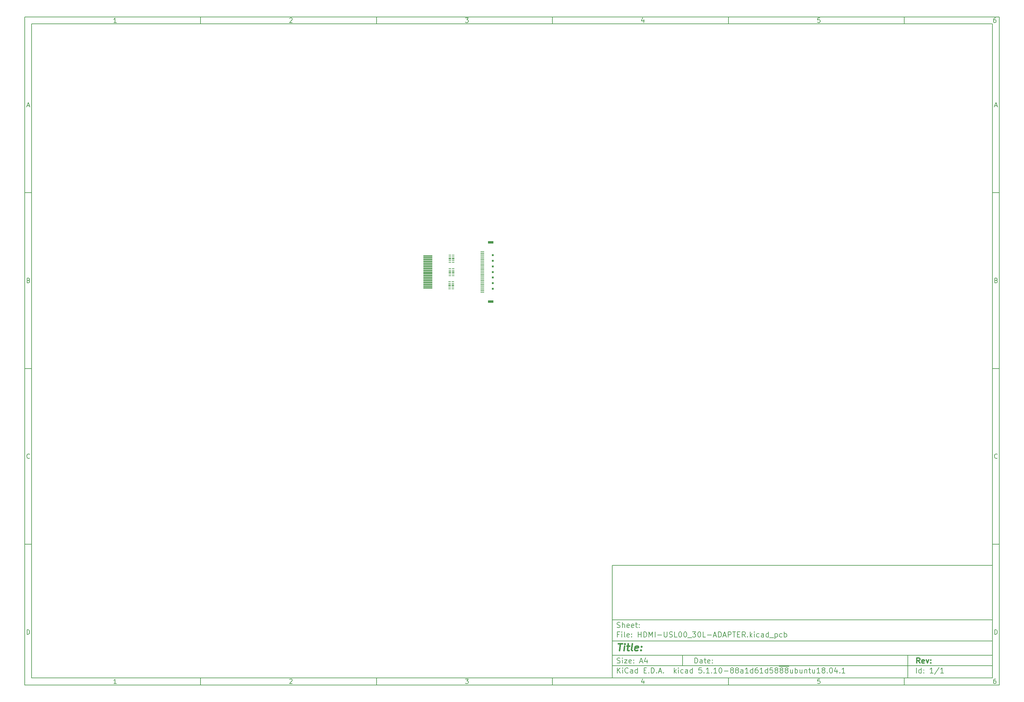
<source format=gbr>
%TF.GenerationSoftware,KiCad,Pcbnew,5.1.10-88a1d61d58~88~ubuntu18.04.1*%
%TF.CreationDate,2021-11-15T16:26:48+07:00*%
%TF.ProjectId,HDMI-USL00_30L-ADAPTER,48444d49-2d55-4534-9c30-305f33304c2d,rev?*%
%TF.SameCoordinates,Original*%
%TF.FileFunction,Paste,Top*%
%TF.FilePolarity,Positive*%
%FSLAX46Y46*%
G04 Gerber Fmt 4.6, Leading zero omitted, Abs format (unit mm)*
G04 Created by KiCad (PCBNEW 5.1.10-88a1d61d58~88~ubuntu18.04.1) date 2021-11-15 16:26:48*
%MOMM*%
%LPD*%
G01*
G04 APERTURE LIST*
%ADD10C,0.100000*%
%ADD11C,0.150000*%
%ADD12C,0.300000*%
%ADD13C,0.400000*%
%ADD14R,2.600000X0.300000*%
%ADD15R,0.736600X0.203200*%
%ADD16R,0.736600X0.406400*%
%ADD17R,1.550000X0.800000*%
%ADD18R,0.600000X0.500000*%
%ADD19R,1.100000X0.200000*%
G04 APERTURE END LIST*
D10*
D11*
X177002200Y-166007200D02*
X177002200Y-198007200D01*
X285002200Y-198007200D01*
X285002200Y-166007200D01*
X177002200Y-166007200D01*
D10*
D11*
X10000000Y-10000000D02*
X10000000Y-200007200D01*
X287002200Y-200007200D01*
X287002200Y-10000000D01*
X10000000Y-10000000D01*
D10*
D11*
X12000000Y-12000000D02*
X12000000Y-198007200D01*
X285002200Y-198007200D01*
X285002200Y-12000000D01*
X12000000Y-12000000D01*
D10*
D11*
X60000000Y-12000000D02*
X60000000Y-10000000D01*
D10*
D11*
X110000000Y-12000000D02*
X110000000Y-10000000D01*
D10*
D11*
X160000000Y-12000000D02*
X160000000Y-10000000D01*
D10*
D11*
X210000000Y-12000000D02*
X210000000Y-10000000D01*
D10*
D11*
X260000000Y-12000000D02*
X260000000Y-10000000D01*
D10*
D11*
X36065476Y-11588095D02*
X35322619Y-11588095D01*
X35694047Y-11588095D02*
X35694047Y-10288095D01*
X35570238Y-10473809D01*
X35446428Y-10597619D01*
X35322619Y-10659523D01*
D10*
D11*
X85322619Y-10411904D02*
X85384523Y-10350000D01*
X85508333Y-10288095D01*
X85817857Y-10288095D01*
X85941666Y-10350000D01*
X86003571Y-10411904D01*
X86065476Y-10535714D01*
X86065476Y-10659523D01*
X86003571Y-10845238D01*
X85260714Y-11588095D01*
X86065476Y-11588095D01*
D10*
D11*
X135260714Y-10288095D02*
X136065476Y-10288095D01*
X135632142Y-10783333D01*
X135817857Y-10783333D01*
X135941666Y-10845238D01*
X136003571Y-10907142D01*
X136065476Y-11030952D01*
X136065476Y-11340476D01*
X136003571Y-11464285D01*
X135941666Y-11526190D01*
X135817857Y-11588095D01*
X135446428Y-11588095D01*
X135322619Y-11526190D01*
X135260714Y-11464285D01*
D10*
D11*
X185941666Y-10721428D02*
X185941666Y-11588095D01*
X185632142Y-10226190D02*
X185322619Y-11154761D01*
X186127380Y-11154761D01*
D10*
D11*
X236003571Y-10288095D02*
X235384523Y-10288095D01*
X235322619Y-10907142D01*
X235384523Y-10845238D01*
X235508333Y-10783333D01*
X235817857Y-10783333D01*
X235941666Y-10845238D01*
X236003571Y-10907142D01*
X236065476Y-11030952D01*
X236065476Y-11340476D01*
X236003571Y-11464285D01*
X235941666Y-11526190D01*
X235817857Y-11588095D01*
X235508333Y-11588095D01*
X235384523Y-11526190D01*
X235322619Y-11464285D01*
D10*
D11*
X285941666Y-10288095D02*
X285694047Y-10288095D01*
X285570238Y-10350000D01*
X285508333Y-10411904D01*
X285384523Y-10597619D01*
X285322619Y-10845238D01*
X285322619Y-11340476D01*
X285384523Y-11464285D01*
X285446428Y-11526190D01*
X285570238Y-11588095D01*
X285817857Y-11588095D01*
X285941666Y-11526190D01*
X286003571Y-11464285D01*
X286065476Y-11340476D01*
X286065476Y-11030952D01*
X286003571Y-10907142D01*
X285941666Y-10845238D01*
X285817857Y-10783333D01*
X285570238Y-10783333D01*
X285446428Y-10845238D01*
X285384523Y-10907142D01*
X285322619Y-11030952D01*
D10*
D11*
X60000000Y-198007200D02*
X60000000Y-200007200D01*
D10*
D11*
X110000000Y-198007200D02*
X110000000Y-200007200D01*
D10*
D11*
X160000000Y-198007200D02*
X160000000Y-200007200D01*
D10*
D11*
X210000000Y-198007200D02*
X210000000Y-200007200D01*
D10*
D11*
X260000000Y-198007200D02*
X260000000Y-200007200D01*
D10*
D11*
X36065476Y-199595295D02*
X35322619Y-199595295D01*
X35694047Y-199595295D02*
X35694047Y-198295295D01*
X35570238Y-198481009D01*
X35446428Y-198604819D01*
X35322619Y-198666723D01*
D10*
D11*
X85322619Y-198419104D02*
X85384523Y-198357200D01*
X85508333Y-198295295D01*
X85817857Y-198295295D01*
X85941666Y-198357200D01*
X86003571Y-198419104D01*
X86065476Y-198542914D01*
X86065476Y-198666723D01*
X86003571Y-198852438D01*
X85260714Y-199595295D01*
X86065476Y-199595295D01*
D10*
D11*
X135260714Y-198295295D02*
X136065476Y-198295295D01*
X135632142Y-198790533D01*
X135817857Y-198790533D01*
X135941666Y-198852438D01*
X136003571Y-198914342D01*
X136065476Y-199038152D01*
X136065476Y-199347676D01*
X136003571Y-199471485D01*
X135941666Y-199533390D01*
X135817857Y-199595295D01*
X135446428Y-199595295D01*
X135322619Y-199533390D01*
X135260714Y-199471485D01*
D10*
D11*
X185941666Y-198728628D02*
X185941666Y-199595295D01*
X185632142Y-198233390D02*
X185322619Y-199161961D01*
X186127380Y-199161961D01*
D10*
D11*
X236003571Y-198295295D02*
X235384523Y-198295295D01*
X235322619Y-198914342D01*
X235384523Y-198852438D01*
X235508333Y-198790533D01*
X235817857Y-198790533D01*
X235941666Y-198852438D01*
X236003571Y-198914342D01*
X236065476Y-199038152D01*
X236065476Y-199347676D01*
X236003571Y-199471485D01*
X235941666Y-199533390D01*
X235817857Y-199595295D01*
X235508333Y-199595295D01*
X235384523Y-199533390D01*
X235322619Y-199471485D01*
D10*
D11*
X285941666Y-198295295D02*
X285694047Y-198295295D01*
X285570238Y-198357200D01*
X285508333Y-198419104D01*
X285384523Y-198604819D01*
X285322619Y-198852438D01*
X285322619Y-199347676D01*
X285384523Y-199471485D01*
X285446428Y-199533390D01*
X285570238Y-199595295D01*
X285817857Y-199595295D01*
X285941666Y-199533390D01*
X286003571Y-199471485D01*
X286065476Y-199347676D01*
X286065476Y-199038152D01*
X286003571Y-198914342D01*
X285941666Y-198852438D01*
X285817857Y-198790533D01*
X285570238Y-198790533D01*
X285446428Y-198852438D01*
X285384523Y-198914342D01*
X285322619Y-199038152D01*
D10*
D11*
X10000000Y-60000000D02*
X12000000Y-60000000D01*
D10*
D11*
X10000000Y-110000000D02*
X12000000Y-110000000D01*
D10*
D11*
X10000000Y-160000000D02*
X12000000Y-160000000D01*
D10*
D11*
X10690476Y-35216666D02*
X11309523Y-35216666D01*
X10566666Y-35588095D02*
X11000000Y-34288095D01*
X11433333Y-35588095D01*
D10*
D11*
X11092857Y-84907142D02*
X11278571Y-84969047D01*
X11340476Y-85030952D01*
X11402380Y-85154761D01*
X11402380Y-85340476D01*
X11340476Y-85464285D01*
X11278571Y-85526190D01*
X11154761Y-85588095D01*
X10659523Y-85588095D01*
X10659523Y-84288095D01*
X11092857Y-84288095D01*
X11216666Y-84350000D01*
X11278571Y-84411904D01*
X11340476Y-84535714D01*
X11340476Y-84659523D01*
X11278571Y-84783333D01*
X11216666Y-84845238D01*
X11092857Y-84907142D01*
X10659523Y-84907142D01*
D10*
D11*
X11402380Y-135464285D02*
X11340476Y-135526190D01*
X11154761Y-135588095D01*
X11030952Y-135588095D01*
X10845238Y-135526190D01*
X10721428Y-135402380D01*
X10659523Y-135278571D01*
X10597619Y-135030952D01*
X10597619Y-134845238D01*
X10659523Y-134597619D01*
X10721428Y-134473809D01*
X10845238Y-134350000D01*
X11030952Y-134288095D01*
X11154761Y-134288095D01*
X11340476Y-134350000D01*
X11402380Y-134411904D01*
D10*
D11*
X10659523Y-185588095D02*
X10659523Y-184288095D01*
X10969047Y-184288095D01*
X11154761Y-184350000D01*
X11278571Y-184473809D01*
X11340476Y-184597619D01*
X11402380Y-184845238D01*
X11402380Y-185030952D01*
X11340476Y-185278571D01*
X11278571Y-185402380D01*
X11154761Y-185526190D01*
X10969047Y-185588095D01*
X10659523Y-185588095D01*
D10*
D11*
X287002200Y-60000000D02*
X285002200Y-60000000D01*
D10*
D11*
X287002200Y-110000000D02*
X285002200Y-110000000D01*
D10*
D11*
X287002200Y-160000000D02*
X285002200Y-160000000D01*
D10*
D11*
X285692676Y-35216666D02*
X286311723Y-35216666D01*
X285568866Y-35588095D02*
X286002200Y-34288095D01*
X286435533Y-35588095D01*
D10*
D11*
X286095057Y-84907142D02*
X286280771Y-84969047D01*
X286342676Y-85030952D01*
X286404580Y-85154761D01*
X286404580Y-85340476D01*
X286342676Y-85464285D01*
X286280771Y-85526190D01*
X286156961Y-85588095D01*
X285661723Y-85588095D01*
X285661723Y-84288095D01*
X286095057Y-84288095D01*
X286218866Y-84350000D01*
X286280771Y-84411904D01*
X286342676Y-84535714D01*
X286342676Y-84659523D01*
X286280771Y-84783333D01*
X286218866Y-84845238D01*
X286095057Y-84907142D01*
X285661723Y-84907142D01*
D10*
D11*
X286404580Y-135464285D02*
X286342676Y-135526190D01*
X286156961Y-135588095D01*
X286033152Y-135588095D01*
X285847438Y-135526190D01*
X285723628Y-135402380D01*
X285661723Y-135278571D01*
X285599819Y-135030952D01*
X285599819Y-134845238D01*
X285661723Y-134597619D01*
X285723628Y-134473809D01*
X285847438Y-134350000D01*
X286033152Y-134288095D01*
X286156961Y-134288095D01*
X286342676Y-134350000D01*
X286404580Y-134411904D01*
D10*
D11*
X285661723Y-185588095D02*
X285661723Y-184288095D01*
X285971247Y-184288095D01*
X286156961Y-184350000D01*
X286280771Y-184473809D01*
X286342676Y-184597619D01*
X286404580Y-184845238D01*
X286404580Y-185030952D01*
X286342676Y-185278571D01*
X286280771Y-185402380D01*
X286156961Y-185526190D01*
X285971247Y-185588095D01*
X285661723Y-185588095D01*
D10*
D11*
X200434342Y-193785771D02*
X200434342Y-192285771D01*
X200791485Y-192285771D01*
X201005771Y-192357200D01*
X201148628Y-192500057D01*
X201220057Y-192642914D01*
X201291485Y-192928628D01*
X201291485Y-193142914D01*
X201220057Y-193428628D01*
X201148628Y-193571485D01*
X201005771Y-193714342D01*
X200791485Y-193785771D01*
X200434342Y-193785771D01*
X202577200Y-193785771D02*
X202577200Y-193000057D01*
X202505771Y-192857200D01*
X202362914Y-192785771D01*
X202077200Y-192785771D01*
X201934342Y-192857200D01*
X202577200Y-193714342D02*
X202434342Y-193785771D01*
X202077200Y-193785771D01*
X201934342Y-193714342D01*
X201862914Y-193571485D01*
X201862914Y-193428628D01*
X201934342Y-193285771D01*
X202077200Y-193214342D01*
X202434342Y-193214342D01*
X202577200Y-193142914D01*
X203077200Y-192785771D02*
X203648628Y-192785771D01*
X203291485Y-192285771D02*
X203291485Y-193571485D01*
X203362914Y-193714342D01*
X203505771Y-193785771D01*
X203648628Y-193785771D01*
X204720057Y-193714342D02*
X204577200Y-193785771D01*
X204291485Y-193785771D01*
X204148628Y-193714342D01*
X204077200Y-193571485D01*
X204077200Y-193000057D01*
X204148628Y-192857200D01*
X204291485Y-192785771D01*
X204577200Y-192785771D01*
X204720057Y-192857200D01*
X204791485Y-193000057D01*
X204791485Y-193142914D01*
X204077200Y-193285771D01*
X205434342Y-193642914D02*
X205505771Y-193714342D01*
X205434342Y-193785771D01*
X205362914Y-193714342D01*
X205434342Y-193642914D01*
X205434342Y-193785771D01*
X205434342Y-192857200D02*
X205505771Y-192928628D01*
X205434342Y-193000057D01*
X205362914Y-192928628D01*
X205434342Y-192857200D01*
X205434342Y-193000057D01*
D10*
D11*
X177002200Y-194507200D02*
X285002200Y-194507200D01*
D10*
D11*
X178434342Y-196585771D02*
X178434342Y-195085771D01*
X179291485Y-196585771D02*
X178648628Y-195728628D01*
X179291485Y-195085771D02*
X178434342Y-195942914D01*
X179934342Y-196585771D02*
X179934342Y-195585771D01*
X179934342Y-195085771D02*
X179862914Y-195157200D01*
X179934342Y-195228628D01*
X180005771Y-195157200D01*
X179934342Y-195085771D01*
X179934342Y-195228628D01*
X181505771Y-196442914D02*
X181434342Y-196514342D01*
X181220057Y-196585771D01*
X181077200Y-196585771D01*
X180862914Y-196514342D01*
X180720057Y-196371485D01*
X180648628Y-196228628D01*
X180577200Y-195942914D01*
X180577200Y-195728628D01*
X180648628Y-195442914D01*
X180720057Y-195300057D01*
X180862914Y-195157200D01*
X181077200Y-195085771D01*
X181220057Y-195085771D01*
X181434342Y-195157200D01*
X181505771Y-195228628D01*
X182791485Y-196585771D02*
X182791485Y-195800057D01*
X182720057Y-195657200D01*
X182577200Y-195585771D01*
X182291485Y-195585771D01*
X182148628Y-195657200D01*
X182791485Y-196514342D02*
X182648628Y-196585771D01*
X182291485Y-196585771D01*
X182148628Y-196514342D01*
X182077200Y-196371485D01*
X182077200Y-196228628D01*
X182148628Y-196085771D01*
X182291485Y-196014342D01*
X182648628Y-196014342D01*
X182791485Y-195942914D01*
X184148628Y-196585771D02*
X184148628Y-195085771D01*
X184148628Y-196514342D02*
X184005771Y-196585771D01*
X183720057Y-196585771D01*
X183577200Y-196514342D01*
X183505771Y-196442914D01*
X183434342Y-196300057D01*
X183434342Y-195871485D01*
X183505771Y-195728628D01*
X183577200Y-195657200D01*
X183720057Y-195585771D01*
X184005771Y-195585771D01*
X184148628Y-195657200D01*
X186005771Y-195800057D02*
X186505771Y-195800057D01*
X186720057Y-196585771D02*
X186005771Y-196585771D01*
X186005771Y-195085771D01*
X186720057Y-195085771D01*
X187362914Y-196442914D02*
X187434342Y-196514342D01*
X187362914Y-196585771D01*
X187291485Y-196514342D01*
X187362914Y-196442914D01*
X187362914Y-196585771D01*
X188077200Y-196585771D02*
X188077200Y-195085771D01*
X188434342Y-195085771D01*
X188648628Y-195157200D01*
X188791485Y-195300057D01*
X188862914Y-195442914D01*
X188934342Y-195728628D01*
X188934342Y-195942914D01*
X188862914Y-196228628D01*
X188791485Y-196371485D01*
X188648628Y-196514342D01*
X188434342Y-196585771D01*
X188077200Y-196585771D01*
X189577200Y-196442914D02*
X189648628Y-196514342D01*
X189577200Y-196585771D01*
X189505771Y-196514342D01*
X189577200Y-196442914D01*
X189577200Y-196585771D01*
X190220057Y-196157200D02*
X190934342Y-196157200D01*
X190077200Y-196585771D02*
X190577200Y-195085771D01*
X191077200Y-196585771D01*
X191577200Y-196442914D02*
X191648628Y-196514342D01*
X191577200Y-196585771D01*
X191505771Y-196514342D01*
X191577200Y-196442914D01*
X191577200Y-196585771D01*
X194577200Y-196585771D02*
X194577200Y-195085771D01*
X194720057Y-196014342D02*
X195148628Y-196585771D01*
X195148628Y-195585771D02*
X194577200Y-196157200D01*
X195791485Y-196585771D02*
X195791485Y-195585771D01*
X195791485Y-195085771D02*
X195720057Y-195157200D01*
X195791485Y-195228628D01*
X195862914Y-195157200D01*
X195791485Y-195085771D01*
X195791485Y-195228628D01*
X197148628Y-196514342D02*
X197005771Y-196585771D01*
X196720057Y-196585771D01*
X196577200Y-196514342D01*
X196505771Y-196442914D01*
X196434342Y-196300057D01*
X196434342Y-195871485D01*
X196505771Y-195728628D01*
X196577200Y-195657200D01*
X196720057Y-195585771D01*
X197005771Y-195585771D01*
X197148628Y-195657200D01*
X198434342Y-196585771D02*
X198434342Y-195800057D01*
X198362914Y-195657200D01*
X198220057Y-195585771D01*
X197934342Y-195585771D01*
X197791485Y-195657200D01*
X198434342Y-196514342D02*
X198291485Y-196585771D01*
X197934342Y-196585771D01*
X197791485Y-196514342D01*
X197720057Y-196371485D01*
X197720057Y-196228628D01*
X197791485Y-196085771D01*
X197934342Y-196014342D01*
X198291485Y-196014342D01*
X198434342Y-195942914D01*
X199791485Y-196585771D02*
X199791485Y-195085771D01*
X199791485Y-196514342D02*
X199648628Y-196585771D01*
X199362914Y-196585771D01*
X199220057Y-196514342D01*
X199148628Y-196442914D01*
X199077200Y-196300057D01*
X199077200Y-195871485D01*
X199148628Y-195728628D01*
X199220057Y-195657200D01*
X199362914Y-195585771D01*
X199648628Y-195585771D01*
X199791485Y-195657200D01*
X202362914Y-195085771D02*
X201648628Y-195085771D01*
X201577200Y-195800057D01*
X201648628Y-195728628D01*
X201791485Y-195657200D01*
X202148628Y-195657200D01*
X202291485Y-195728628D01*
X202362914Y-195800057D01*
X202434342Y-195942914D01*
X202434342Y-196300057D01*
X202362914Y-196442914D01*
X202291485Y-196514342D01*
X202148628Y-196585771D01*
X201791485Y-196585771D01*
X201648628Y-196514342D01*
X201577200Y-196442914D01*
X203077200Y-196442914D02*
X203148628Y-196514342D01*
X203077200Y-196585771D01*
X203005771Y-196514342D01*
X203077200Y-196442914D01*
X203077200Y-196585771D01*
X204577200Y-196585771D02*
X203720057Y-196585771D01*
X204148628Y-196585771D02*
X204148628Y-195085771D01*
X204005771Y-195300057D01*
X203862914Y-195442914D01*
X203720057Y-195514342D01*
X205220057Y-196442914D02*
X205291485Y-196514342D01*
X205220057Y-196585771D01*
X205148628Y-196514342D01*
X205220057Y-196442914D01*
X205220057Y-196585771D01*
X206720057Y-196585771D02*
X205862914Y-196585771D01*
X206291485Y-196585771D02*
X206291485Y-195085771D01*
X206148628Y-195300057D01*
X206005771Y-195442914D01*
X205862914Y-195514342D01*
X207648628Y-195085771D02*
X207791485Y-195085771D01*
X207934342Y-195157200D01*
X208005771Y-195228628D01*
X208077200Y-195371485D01*
X208148628Y-195657200D01*
X208148628Y-196014342D01*
X208077200Y-196300057D01*
X208005771Y-196442914D01*
X207934342Y-196514342D01*
X207791485Y-196585771D01*
X207648628Y-196585771D01*
X207505771Y-196514342D01*
X207434342Y-196442914D01*
X207362914Y-196300057D01*
X207291485Y-196014342D01*
X207291485Y-195657200D01*
X207362914Y-195371485D01*
X207434342Y-195228628D01*
X207505771Y-195157200D01*
X207648628Y-195085771D01*
X208791485Y-196014342D02*
X209934342Y-196014342D01*
X210862914Y-195728628D02*
X210720057Y-195657200D01*
X210648628Y-195585771D01*
X210577200Y-195442914D01*
X210577200Y-195371485D01*
X210648628Y-195228628D01*
X210720057Y-195157200D01*
X210862914Y-195085771D01*
X211148628Y-195085771D01*
X211291485Y-195157200D01*
X211362914Y-195228628D01*
X211434342Y-195371485D01*
X211434342Y-195442914D01*
X211362914Y-195585771D01*
X211291485Y-195657200D01*
X211148628Y-195728628D01*
X210862914Y-195728628D01*
X210720057Y-195800057D01*
X210648628Y-195871485D01*
X210577200Y-196014342D01*
X210577200Y-196300057D01*
X210648628Y-196442914D01*
X210720057Y-196514342D01*
X210862914Y-196585771D01*
X211148628Y-196585771D01*
X211291485Y-196514342D01*
X211362914Y-196442914D01*
X211434342Y-196300057D01*
X211434342Y-196014342D01*
X211362914Y-195871485D01*
X211291485Y-195800057D01*
X211148628Y-195728628D01*
X212291485Y-195728628D02*
X212148628Y-195657200D01*
X212077200Y-195585771D01*
X212005771Y-195442914D01*
X212005771Y-195371485D01*
X212077200Y-195228628D01*
X212148628Y-195157200D01*
X212291485Y-195085771D01*
X212577200Y-195085771D01*
X212720057Y-195157200D01*
X212791485Y-195228628D01*
X212862914Y-195371485D01*
X212862914Y-195442914D01*
X212791485Y-195585771D01*
X212720057Y-195657200D01*
X212577200Y-195728628D01*
X212291485Y-195728628D01*
X212148628Y-195800057D01*
X212077200Y-195871485D01*
X212005771Y-196014342D01*
X212005771Y-196300057D01*
X212077200Y-196442914D01*
X212148628Y-196514342D01*
X212291485Y-196585771D01*
X212577200Y-196585771D01*
X212720057Y-196514342D01*
X212791485Y-196442914D01*
X212862914Y-196300057D01*
X212862914Y-196014342D01*
X212791485Y-195871485D01*
X212720057Y-195800057D01*
X212577200Y-195728628D01*
X214148628Y-196585771D02*
X214148628Y-195800057D01*
X214077200Y-195657200D01*
X213934342Y-195585771D01*
X213648628Y-195585771D01*
X213505771Y-195657200D01*
X214148628Y-196514342D02*
X214005771Y-196585771D01*
X213648628Y-196585771D01*
X213505771Y-196514342D01*
X213434342Y-196371485D01*
X213434342Y-196228628D01*
X213505771Y-196085771D01*
X213648628Y-196014342D01*
X214005771Y-196014342D01*
X214148628Y-195942914D01*
X215648628Y-196585771D02*
X214791485Y-196585771D01*
X215220057Y-196585771D02*
X215220057Y-195085771D01*
X215077200Y-195300057D01*
X214934342Y-195442914D01*
X214791485Y-195514342D01*
X216934342Y-196585771D02*
X216934342Y-195085771D01*
X216934342Y-196514342D02*
X216791485Y-196585771D01*
X216505771Y-196585771D01*
X216362914Y-196514342D01*
X216291485Y-196442914D01*
X216220057Y-196300057D01*
X216220057Y-195871485D01*
X216291485Y-195728628D01*
X216362914Y-195657200D01*
X216505771Y-195585771D01*
X216791485Y-195585771D01*
X216934342Y-195657200D01*
X218291485Y-195085771D02*
X218005771Y-195085771D01*
X217862914Y-195157200D01*
X217791485Y-195228628D01*
X217648628Y-195442914D01*
X217577200Y-195728628D01*
X217577200Y-196300057D01*
X217648628Y-196442914D01*
X217720057Y-196514342D01*
X217862914Y-196585771D01*
X218148628Y-196585771D01*
X218291485Y-196514342D01*
X218362914Y-196442914D01*
X218434342Y-196300057D01*
X218434342Y-195942914D01*
X218362914Y-195800057D01*
X218291485Y-195728628D01*
X218148628Y-195657200D01*
X217862914Y-195657200D01*
X217720057Y-195728628D01*
X217648628Y-195800057D01*
X217577200Y-195942914D01*
X219862914Y-196585771D02*
X219005771Y-196585771D01*
X219434342Y-196585771D02*
X219434342Y-195085771D01*
X219291485Y-195300057D01*
X219148628Y-195442914D01*
X219005771Y-195514342D01*
X221148628Y-196585771D02*
X221148628Y-195085771D01*
X221148628Y-196514342D02*
X221005771Y-196585771D01*
X220720057Y-196585771D01*
X220577200Y-196514342D01*
X220505771Y-196442914D01*
X220434342Y-196300057D01*
X220434342Y-195871485D01*
X220505771Y-195728628D01*
X220577200Y-195657200D01*
X220720057Y-195585771D01*
X221005771Y-195585771D01*
X221148628Y-195657200D01*
X222577200Y-195085771D02*
X221862914Y-195085771D01*
X221791485Y-195800057D01*
X221862914Y-195728628D01*
X222005771Y-195657200D01*
X222362914Y-195657200D01*
X222505771Y-195728628D01*
X222577200Y-195800057D01*
X222648628Y-195942914D01*
X222648628Y-196300057D01*
X222577200Y-196442914D01*
X222505771Y-196514342D01*
X222362914Y-196585771D01*
X222005771Y-196585771D01*
X221862914Y-196514342D01*
X221791485Y-196442914D01*
X223505771Y-195728628D02*
X223362914Y-195657200D01*
X223291485Y-195585771D01*
X223220057Y-195442914D01*
X223220057Y-195371485D01*
X223291485Y-195228628D01*
X223362914Y-195157200D01*
X223505771Y-195085771D01*
X223791485Y-195085771D01*
X223934342Y-195157200D01*
X224005771Y-195228628D01*
X224077200Y-195371485D01*
X224077200Y-195442914D01*
X224005771Y-195585771D01*
X223934342Y-195657200D01*
X223791485Y-195728628D01*
X223505771Y-195728628D01*
X223362914Y-195800057D01*
X223291485Y-195871485D01*
X223220057Y-196014342D01*
X223220057Y-196300057D01*
X223291485Y-196442914D01*
X223362914Y-196514342D01*
X223505771Y-196585771D01*
X223791485Y-196585771D01*
X223934342Y-196514342D01*
X224005771Y-196442914D01*
X224077200Y-196300057D01*
X224077200Y-196014342D01*
X224005771Y-195871485D01*
X223934342Y-195800057D01*
X223791485Y-195728628D01*
X224362914Y-194677200D02*
X225791485Y-194677200D01*
X224934342Y-195728628D02*
X224791485Y-195657200D01*
X224720057Y-195585771D01*
X224648628Y-195442914D01*
X224648628Y-195371485D01*
X224720057Y-195228628D01*
X224791485Y-195157200D01*
X224934342Y-195085771D01*
X225220057Y-195085771D01*
X225362914Y-195157200D01*
X225434342Y-195228628D01*
X225505771Y-195371485D01*
X225505771Y-195442914D01*
X225434342Y-195585771D01*
X225362914Y-195657200D01*
X225220057Y-195728628D01*
X224934342Y-195728628D01*
X224791485Y-195800057D01*
X224720057Y-195871485D01*
X224648628Y-196014342D01*
X224648628Y-196300057D01*
X224720057Y-196442914D01*
X224791485Y-196514342D01*
X224934342Y-196585771D01*
X225220057Y-196585771D01*
X225362914Y-196514342D01*
X225434342Y-196442914D01*
X225505771Y-196300057D01*
X225505771Y-196014342D01*
X225434342Y-195871485D01*
X225362914Y-195800057D01*
X225220057Y-195728628D01*
X225791485Y-194677200D02*
X227220057Y-194677200D01*
X226362914Y-195728628D02*
X226220057Y-195657200D01*
X226148628Y-195585771D01*
X226077199Y-195442914D01*
X226077199Y-195371485D01*
X226148628Y-195228628D01*
X226220057Y-195157200D01*
X226362914Y-195085771D01*
X226648628Y-195085771D01*
X226791485Y-195157200D01*
X226862914Y-195228628D01*
X226934342Y-195371485D01*
X226934342Y-195442914D01*
X226862914Y-195585771D01*
X226791485Y-195657200D01*
X226648628Y-195728628D01*
X226362914Y-195728628D01*
X226220057Y-195800057D01*
X226148628Y-195871485D01*
X226077199Y-196014342D01*
X226077199Y-196300057D01*
X226148628Y-196442914D01*
X226220057Y-196514342D01*
X226362914Y-196585771D01*
X226648628Y-196585771D01*
X226791485Y-196514342D01*
X226862914Y-196442914D01*
X226934342Y-196300057D01*
X226934342Y-196014342D01*
X226862914Y-195871485D01*
X226791485Y-195800057D01*
X226648628Y-195728628D01*
X228220057Y-195585771D02*
X228220057Y-196585771D01*
X227577199Y-195585771D02*
X227577199Y-196371485D01*
X227648628Y-196514342D01*
X227791485Y-196585771D01*
X228005771Y-196585771D01*
X228148628Y-196514342D01*
X228220057Y-196442914D01*
X228934342Y-196585771D02*
X228934342Y-195085771D01*
X228934342Y-195657200D02*
X229077199Y-195585771D01*
X229362914Y-195585771D01*
X229505771Y-195657200D01*
X229577199Y-195728628D01*
X229648628Y-195871485D01*
X229648628Y-196300057D01*
X229577199Y-196442914D01*
X229505771Y-196514342D01*
X229362914Y-196585771D01*
X229077199Y-196585771D01*
X228934342Y-196514342D01*
X230934342Y-195585771D02*
X230934342Y-196585771D01*
X230291485Y-195585771D02*
X230291485Y-196371485D01*
X230362914Y-196514342D01*
X230505771Y-196585771D01*
X230720057Y-196585771D01*
X230862914Y-196514342D01*
X230934342Y-196442914D01*
X231648628Y-195585771D02*
X231648628Y-196585771D01*
X231648628Y-195728628D02*
X231720057Y-195657200D01*
X231862914Y-195585771D01*
X232077199Y-195585771D01*
X232220057Y-195657200D01*
X232291485Y-195800057D01*
X232291485Y-196585771D01*
X232791485Y-195585771D02*
X233362914Y-195585771D01*
X233005771Y-195085771D02*
X233005771Y-196371485D01*
X233077199Y-196514342D01*
X233220057Y-196585771D01*
X233362914Y-196585771D01*
X234505771Y-195585771D02*
X234505771Y-196585771D01*
X233862914Y-195585771D02*
X233862914Y-196371485D01*
X233934342Y-196514342D01*
X234077200Y-196585771D01*
X234291485Y-196585771D01*
X234434342Y-196514342D01*
X234505771Y-196442914D01*
X236005771Y-196585771D02*
X235148628Y-196585771D01*
X235577200Y-196585771D02*
X235577200Y-195085771D01*
X235434342Y-195300057D01*
X235291485Y-195442914D01*
X235148628Y-195514342D01*
X236862914Y-195728628D02*
X236720057Y-195657200D01*
X236648628Y-195585771D01*
X236577199Y-195442914D01*
X236577199Y-195371485D01*
X236648628Y-195228628D01*
X236720057Y-195157200D01*
X236862914Y-195085771D01*
X237148628Y-195085771D01*
X237291485Y-195157200D01*
X237362914Y-195228628D01*
X237434342Y-195371485D01*
X237434342Y-195442914D01*
X237362914Y-195585771D01*
X237291485Y-195657200D01*
X237148628Y-195728628D01*
X236862914Y-195728628D01*
X236720057Y-195800057D01*
X236648628Y-195871485D01*
X236577199Y-196014342D01*
X236577199Y-196300057D01*
X236648628Y-196442914D01*
X236720057Y-196514342D01*
X236862914Y-196585771D01*
X237148628Y-196585771D01*
X237291485Y-196514342D01*
X237362914Y-196442914D01*
X237434342Y-196300057D01*
X237434342Y-196014342D01*
X237362914Y-195871485D01*
X237291485Y-195800057D01*
X237148628Y-195728628D01*
X238077199Y-196442914D02*
X238148628Y-196514342D01*
X238077199Y-196585771D01*
X238005771Y-196514342D01*
X238077199Y-196442914D01*
X238077199Y-196585771D01*
X239077199Y-195085771D02*
X239220057Y-195085771D01*
X239362914Y-195157200D01*
X239434342Y-195228628D01*
X239505771Y-195371485D01*
X239577199Y-195657200D01*
X239577199Y-196014342D01*
X239505771Y-196300057D01*
X239434342Y-196442914D01*
X239362914Y-196514342D01*
X239220057Y-196585771D01*
X239077199Y-196585771D01*
X238934342Y-196514342D01*
X238862914Y-196442914D01*
X238791485Y-196300057D01*
X238720057Y-196014342D01*
X238720057Y-195657200D01*
X238791485Y-195371485D01*
X238862914Y-195228628D01*
X238934342Y-195157200D01*
X239077199Y-195085771D01*
X240862914Y-195585771D02*
X240862914Y-196585771D01*
X240505771Y-195014342D02*
X240148628Y-196085771D01*
X241077199Y-196085771D01*
X241648628Y-196442914D02*
X241720057Y-196514342D01*
X241648628Y-196585771D01*
X241577199Y-196514342D01*
X241648628Y-196442914D01*
X241648628Y-196585771D01*
X243148628Y-196585771D02*
X242291485Y-196585771D01*
X242720057Y-196585771D02*
X242720057Y-195085771D01*
X242577199Y-195300057D01*
X242434342Y-195442914D01*
X242291485Y-195514342D01*
D10*
D11*
X177002200Y-191507200D02*
X285002200Y-191507200D01*
D10*
D12*
X264411485Y-193785771D02*
X263911485Y-193071485D01*
X263554342Y-193785771D02*
X263554342Y-192285771D01*
X264125771Y-192285771D01*
X264268628Y-192357200D01*
X264340057Y-192428628D01*
X264411485Y-192571485D01*
X264411485Y-192785771D01*
X264340057Y-192928628D01*
X264268628Y-193000057D01*
X264125771Y-193071485D01*
X263554342Y-193071485D01*
X265625771Y-193714342D02*
X265482914Y-193785771D01*
X265197200Y-193785771D01*
X265054342Y-193714342D01*
X264982914Y-193571485D01*
X264982914Y-193000057D01*
X265054342Y-192857200D01*
X265197200Y-192785771D01*
X265482914Y-192785771D01*
X265625771Y-192857200D01*
X265697200Y-193000057D01*
X265697200Y-193142914D01*
X264982914Y-193285771D01*
X266197200Y-192785771D02*
X266554342Y-193785771D01*
X266911485Y-192785771D01*
X267482914Y-193642914D02*
X267554342Y-193714342D01*
X267482914Y-193785771D01*
X267411485Y-193714342D01*
X267482914Y-193642914D01*
X267482914Y-193785771D01*
X267482914Y-192857200D02*
X267554342Y-192928628D01*
X267482914Y-193000057D01*
X267411485Y-192928628D01*
X267482914Y-192857200D01*
X267482914Y-193000057D01*
D10*
D11*
X178362914Y-193714342D02*
X178577200Y-193785771D01*
X178934342Y-193785771D01*
X179077200Y-193714342D01*
X179148628Y-193642914D01*
X179220057Y-193500057D01*
X179220057Y-193357200D01*
X179148628Y-193214342D01*
X179077200Y-193142914D01*
X178934342Y-193071485D01*
X178648628Y-193000057D01*
X178505771Y-192928628D01*
X178434342Y-192857200D01*
X178362914Y-192714342D01*
X178362914Y-192571485D01*
X178434342Y-192428628D01*
X178505771Y-192357200D01*
X178648628Y-192285771D01*
X179005771Y-192285771D01*
X179220057Y-192357200D01*
X179862914Y-193785771D02*
X179862914Y-192785771D01*
X179862914Y-192285771D02*
X179791485Y-192357200D01*
X179862914Y-192428628D01*
X179934342Y-192357200D01*
X179862914Y-192285771D01*
X179862914Y-192428628D01*
X180434342Y-192785771D02*
X181220057Y-192785771D01*
X180434342Y-193785771D01*
X181220057Y-193785771D01*
X182362914Y-193714342D02*
X182220057Y-193785771D01*
X181934342Y-193785771D01*
X181791485Y-193714342D01*
X181720057Y-193571485D01*
X181720057Y-193000057D01*
X181791485Y-192857200D01*
X181934342Y-192785771D01*
X182220057Y-192785771D01*
X182362914Y-192857200D01*
X182434342Y-193000057D01*
X182434342Y-193142914D01*
X181720057Y-193285771D01*
X183077200Y-193642914D02*
X183148628Y-193714342D01*
X183077200Y-193785771D01*
X183005771Y-193714342D01*
X183077200Y-193642914D01*
X183077200Y-193785771D01*
X183077200Y-192857200D02*
X183148628Y-192928628D01*
X183077200Y-193000057D01*
X183005771Y-192928628D01*
X183077200Y-192857200D01*
X183077200Y-193000057D01*
X184862914Y-193357200D02*
X185577200Y-193357200D01*
X184720057Y-193785771D02*
X185220057Y-192285771D01*
X185720057Y-193785771D01*
X186862914Y-192785771D02*
X186862914Y-193785771D01*
X186505771Y-192214342D02*
X186148628Y-193285771D01*
X187077200Y-193285771D01*
D10*
D11*
X263434342Y-196585771D02*
X263434342Y-195085771D01*
X264791485Y-196585771D02*
X264791485Y-195085771D01*
X264791485Y-196514342D02*
X264648628Y-196585771D01*
X264362914Y-196585771D01*
X264220057Y-196514342D01*
X264148628Y-196442914D01*
X264077200Y-196300057D01*
X264077200Y-195871485D01*
X264148628Y-195728628D01*
X264220057Y-195657200D01*
X264362914Y-195585771D01*
X264648628Y-195585771D01*
X264791485Y-195657200D01*
X265505771Y-196442914D02*
X265577200Y-196514342D01*
X265505771Y-196585771D01*
X265434342Y-196514342D01*
X265505771Y-196442914D01*
X265505771Y-196585771D01*
X265505771Y-195657200D02*
X265577200Y-195728628D01*
X265505771Y-195800057D01*
X265434342Y-195728628D01*
X265505771Y-195657200D01*
X265505771Y-195800057D01*
X268148628Y-196585771D02*
X267291485Y-196585771D01*
X267720057Y-196585771D02*
X267720057Y-195085771D01*
X267577200Y-195300057D01*
X267434342Y-195442914D01*
X267291485Y-195514342D01*
X269862914Y-195014342D02*
X268577200Y-196942914D01*
X271148628Y-196585771D02*
X270291485Y-196585771D01*
X270720057Y-196585771D02*
X270720057Y-195085771D01*
X270577200Y-195300057D01*
X270434342Y-195442914D01*
X270291485Y-195514342D01*
D10*
D11*
X177002200Y-187507200D02*
X285002200Y-187507200D01*
D10*
D13*
X178714580Y-188211961D02*
X179857438Y-188211961D01*
X179036009Y-190211961D02*
X179286009Y-188211961D01*
X180274104Y-190211961D02*
X180440771Y-188878628D01*
X180524104Y-188211961D02*
X180416961Y-188307200D01*
X180500295Y-188402438D01*
X180607438Y-188307200D01*
X180524104Y-188211961D01*
X180500295Y-188402438D01*
X181107438Y-188878628D02*
X181869342Y-188878628D01*
X181476485Y-188211961D02*
X181262200Y-189926247D01*
X181333628Y-190116723D01*
X181512200Y-190211961D01*
X181702676Y-190211961D01*
X182655057Y-190211961D02*
X182476485Y-190116723D01*
X182405057Y-189926247D01*
X182619342Y-188211961D01*
X184190771Y-190116723D02*
X183988390Y-190211961D01*
X183607438Y-190211961D01*
X183428866Y-190116723D01*
X183357438Y-189926247D01*
X183452676Y-189164342D01*
X183571723Y-188973866D01*
X183774104Y-188878628D01*
X184155057Y-188878628D01*
X184333628Y-188973866D01*
X184405057Y-189164342D01*
X184381247Y-189354819D01*
X183405057Y-189545295D01*
X185155057Y-190021485D02*
X185238390Y-190116723D01*
X185131247Y-190211961D01*
X185047914Y-190116723D01*
X185155057Y-190021485D01*
X185131247Y-190211961D01*
X185286009Y-188973866D02*
X185369342Y-189069104D01*
X185262200Y-189164342D01*
X185178866Y-189069104D01*
X185286009Y-188973866D01*
X185262200Y-189164342D01*
D10*
D11*
X178934342Y-185600057D02*
X178434342Y-185600057D01*
X178434342Y-186385771D02*
X178434342Y-184885771D01*
X179148628Y-184885771D01*
X179720057Y-186385771D02*
X179720057Y-185385771D01*
X179720057Y-184885771D02*
X179648628Y-184957200D01*
X179720057Y-185028628D01*
X179791485Y-184957200D01*
X179720057Y-184885771D01*
X179720057Y-185028628D01*
X180648628Y-186385771D02*
X180505771Y-186314342D01*
X180434342Y-186171485D01*
X180434342Y-184885771D01*
X181791485Y-186314342D02*
X181648628Y-186385771D01*
X181362914Y-186385771D01*
X181220057Y-186314342D01*
X181148628Y-186171485D01*
X181148628Y-185600057D01*
X181220057Y-185457200D01*
X181362914Y-185385771D01*
X181648628Y-185385771D01*
X181791485Y-185457200D01*
X181862914Y-185600057D01*
X181862914Y-185742914D01*
X181148628Y-185885771D01*
X182505771Y-186242914D02*
X182577200Y-186314342D01*
X182505771Y-186385771D01*
X182434342Y-186314342D01*
X182505771Y-186242914D01*
X182505771Y-186385771D01*
X182505771Y-185457200D02*
X182577200Y-185528628D01*
X182505771Y-185600057D01*
X182434342Y-185528628D01*
X182505771Y-185457200D01*
X182505771Y-185600057D01*
X184362914Y-186385771D02*
X184362914Y-184885771D01*
X184362914Y-185600057D02*
X185220057Y-185600057D01*
X185220057Y-186385771D02*
X185220057Y-184885771D01*
X185934342Y-186385771D02*
X185934342Y-184885771D01*
X186291485Y-184885771D01*
X186505771Y-184957200D01*
X186648628Y-185100057D01*
X186720057Y-185242914D01*
X186791485Y-185528628D01*
X186791485Y-185742914D01*
X186720057Y-186028628D01*
X186648628Y-186171485D01*
X186505771Y-186314342D01*
X186291485Y-186385771D01*
X185934342Y-186385771D01*
X187434342Y-186385771D02*
X187434342Y-184885771D01*
X187934342Y-185957200D01*
X188434342Y-184885771D01*
X188434342Y-186385771D01*
X189148628Y-186385771D02*
X189148628Y-184885771D01*
X189862914Y-185814342D02*
X191005771Y-185814342D01*
X191720057Y-184885771D02*
X191720057Y-186100057D01*
X191791485Y-186242914D01*
X191862914Y-186314342D01*
X192005771Y-186385771D01*
X192291485Y-186385771D01*
X192434342Y-186314342D01*
X192505771Y-186242914D01*
X192577200Y-186100057D01*
X192577200Y-184885771D01*
X193220057Y-186314342D02*
X193434342Y-186385771D01*
X193791485Y-186385771D01*
X193934342Y-186314342D01*
X194005771Y-186242914D01*
X194077200Y-186100057D01*
X194077200Y-185957200D01*
X194005771Y-185814342D01*
X193934342Y-185742914D01*
X193791485Y-185671485D01*
X193505771Y-185600057D01*
X193362914Y-185528628D01*
X193291485Y-185457200D01*
X193220057Y-185314342D01*
X193220057Y-185171485D01*
X193291485Y-185028628D01*
X193362914Y-184957200D01*
X193505771Y-184885771D01*
X193862914Y-184885771D01*
X194077200Y-184957200D01*
X195434342Y-186385771D02*
X194720057Y-186385771D01*
X194720057Y-184885771D01*
X196220057Y-184885771D02*
X196362914Y-184885771D01*
X196505771Y-184957200D01*
X196577200Y-185028628D01*
X196648628Y-185171485D01*
X196720057Y-185457200D01*
X196720057Y-185814342D01*
X196648628Y-186100057D01*
X196577200Y-186242914D01*
X196505771Y-186314342D01*
X196362914Y-186385771D01*
X196220057Y-186385771D01*
X196077200Y-186314342D01*
X196005771Y-186242914D01*
X195934342Y-186100057D01*
X195862914Y-185814342D01*
X195862914Y-185457200D01*
X195934342Y-185171485D01*
X196005771Y-185028628D01*
X196077200Y-184957200D01*
X196220057Y-184885771D01*
X197648628Y-184885771D02*
X197791485Y-184885771D01*
X197934342Y-184957200D01*
X198005771Y-185028628D01*
X198077200Y-185171485D01*
X198148628Y-185457200D01*
X198148628Y-185814342D01*
X198077200Y-186100057D01*
X198005771Y-186242914D01*
X197934342Y-186314342D01*
X197791485Y-186385771D01*
X197648628Y-186385771D01*
X197505771Y-186314342D01*
X197434342Y-186242914D01*
X197362914Y-186100057D01*
X197291485Y-185814342D01*
X197291485Y-185457200D01*
X197362914Y-185171485D01*
X197434342Y-185028628D01*
X197505771Y-184957200D01*
X197648628Y-184885771D01*
X198434342Y-186528628D02*
X199577200Y-186528628D01*
X199791485Y-184885771D02*
X200720057Y-184885771D01*
X200220057Y-185457200D01*
X200434342Y-185457200D01*
X200577200Y-185528628D01*
X200648628Y-185600057D01*
X200720057Y-185742914D01*
X200720057Y-186100057D01*
X200648628Y-186242914D01*
X200577200Y-186314342D01*
X200434342Y-186385771D01*
X200005771Y-186385771D01*
X199862914Y-186314342D01*
X199791485Y-186242914D01*
X201648628Y-184885771D02*
X201791485Y-184885771D01*
X201934342Y-184957200D01*
X202005771Y-185028628D01*
X202077200Y-185171485D01*
X202148628Y-185457200D01*
X202148628Y-185814342D01*
X202077200Y-186100057D01*
X202005771Y-186242914D01*
X201934342Y-186314342D01*
X201791485Y-186385771D01*
X201648628Y-186385771D01*
X201505771Y-186314342D01*
X201434342Y-186242914D01*
X201362914Y-186100057D01*
X201291485Y-185814342D01*
X201291485Y-185457200D01*
X201362914Y-185171485D01*
X201434342Y-185028628D01*
X201505771Y-184957200D01*
X201648628Y-184885771D01*
X203505771Y-186385771D02*
X202791485Y-186385771D01*
X202791485Y-184885771D01*
X204005771Y-185814342D02*
X205148628Y-185814342D01*
X205791485Y-185957200D02*
X206505771Y-185957200D01*
X205648628Y-186385771D02*
X206148628Y-184885771D01*
X206648628Y-186385771D01*
X207148628Y-186385771D02*
X207148628Y-184885771D01*
X207505771Y-184885771D01*
X207720057Y-184957200D01*
X207862914Y-185100057D01*
X207934342Y-185242914D01*
X208005771Y-185528628D01*
X208005771Y-185742914D01*
X207934342Y-186028628D01*
X207862914Y-186171485D01*
X207720057Y-186314342D01*
X207505771Y-186385771D01*
X207148628Y-186385771D01*
X208577200Y-185957200D02*
X209291485Y-185957200D01*
X208434342Y-186385771D02*
X208934342Y-184885771D01*
X209434342Y-186385771D01*
X209934342Y-186385771D02*
X209934342Y-184885771D01*
X210505771Y-184885771D01*
X210648628Y-184957200D01*
X210720057Y-185028628D01*
X210791485Y-185171485D01*
X210791485Y-185385771D01*
X210720057Y-185528628D01*
X210648628Y-185600057D01*
X210505771Y-185671485D01*
X209934342Y-185671485D01*
X211220057Y-184885771D02*
X212077200Y-184885771D01*
X211648628Y-186385771D02*
X211648628Y-184885771D01*
X212577200Y-185600057D02*
X213077200Y-185600057D01*
X213291485Y-186385771D02*
X212577200Y-186385771D01*
X212577200Y-184885771D01*
X213291485Y-184885771D01*
X214791485Y-186385771D02*
X214291485Y-185671485D01*
X213934342Y-186385771D02*
X213934342Y-184885771D01*
X214505771Y-184885771D01*
X214648628Y-184957200D01*
X214720057Y-185028628D01*
X214791485Y-185171485D01*
X214791485Y-185385771D01*
X214720057Y-185528628D01*
X214648628Y-185600057D01*
X214505771Y-185671485D01*
X213934342Y-185671485D01*
X215434342Y-186242914D02*
X215505771Y-186314342D01*
X215434342Y-186385771D01*
X215362914Y-186314342D01*
X215434342Y-186242914D01*
X215434342Y-186385771D01*
X216148628Y-186385771D02*
X216148628Y-184885771D01*
X216291485Y-185814342D02*
X216720057Y-186385771D01*
X216720057Y-185385771D02*
X216148628Y-185957200D01*
X217362914Y-186385771D02*
X217362914Y-185385771D01*
X217362914Y-184885771D02*
X217291485Y-184957200D01*
X217362914Y-185028628D01*
X217434342Y-184957200D01*
X217362914Y-184885771D01*
X217362914Y-185028628D01*
X218720057Y-186314342D02*
X218577200Y-186385771D01*
X218291485Y-186385771D01*
X218148628Y-186314342D01*
X218077200Y-186242914D01*
X218005771Y-186100057D01*
X218005771Y-185671485D01*
X218077200Y-185528628D01*
X218148628Y-185457200D01*
X218291485Y-185385771D01*
X218577200Y-185385771D01*
X218720057Y-185457200D01*
X220005771Y-186385771D02*
X220005771Y-185600057D01*
X219934342Y-185457200D01*
X219791485Y-185385771D01*
X219505771Y-185385771D01*
X219362914Y-185457200D01*
X220005771Y-186314342D02*
X219862914Y-186385771D01*
X219505771Y-186385771D01*
X219362914Y-186314342D01*
X219291485Y-186171485D01*
X219291485Y-186028628D01*
X219362914Y-185885771D01*
X219505771Y-185814342D01*
X219862914Y-185814342D01*
X220005771Y-185742914D01*
X221362914Y-186385771D02*
X221362914Y-184885771D01*
X221362914Y-186314342D02*
X221220057Y-186385771D01*
X220934342Y-186385771D01*
X220791485Y-186314342D01*
X220720057Y-186242914D01*
X220648628Y-186100057D01*
X220648628Y-185671485D01*
X220720057Y-185528628D01*
X220791485Y-185457200D01*
X220934342Y-185385771D01*
X221220057Y-185385771D01*
X221362914Y-185457200D01*
X221720057Y-186528628D02*
X222862914Y-186528628D01*
X223220057Y-185385771D02*
X223220057Y-186885771D01*
X223220057Y-185457200D02*
X223362914Y-185385771D01*
X223648628Y-185385771D01*
X223791485Y-185457200D01*
X223862914Y-185528628D01*
X223934342Y-185671485D01*
X223934342Y-186100057D01*
X223862914Y-186242914D01*
X223791485Y-186314342D01*
X223648628Y-186385771D01*
X223362914Y-186385771D01*
X223220057Y-186314342D01*
X225220057Y-186314342D02*
X225077200Y-186385771D01*
X224791485Y-186385771D01*
X224648628Y-186314342D01*
X224577200Y-186242914D01*
X224505771Y-186100057D01*
X224505771Y-185671485D01*
X224577200Y-185528628D01*
X224648628Y-185457200D01*
X224791485Y-185385771D01*
X225077200Y-185385771D01*
X225220057Y-185457200D01*
X225862914Y-186385771D02*
X225862914Y-184885771D01*
X225862914Y-185457200D02*
X226005771Y-185385771D01*
X226291485Y-185385771D01*
X226434342Y-185457200D01*
X226505771Y-185528628D01*
X226577200Y-185671485D01*
X226577200Y-186100057D01*
X226505771Y-186242914D01*
X226434342Y-186314342D01*
X226291485Y-186385771D01*
X226005771Y-186385771D01*
X225862914Y-186314342D01*
D10*
D11*
X177002200Y-181507200D02*
X285002200Y-181507200D01*
D10*
D11*
X178362914Y-183614342D02*
X178577200Y-183685771D01*
X178934342Y-183685771D01*
X179077200Y-183614342D01*
X179148628Y-183542914D01*
X179220057Y-183400057D01*
X179220057Y-183257200D01*
X179148628Y-183114342D01*
X179077200Y-183042914D01*
X178934342Y-182971485D01*
X178648628Y-182900057D01*
X178505771Y-182828628D01*
X178434342Y-182757200D01*
X178362914Y-182614342D01*
X178362914Y-182471485D01*
X178434342Y-182328628D01*
X178505771Y-182257200D01*
X178648628Y-182185771D01*
X179005771Y-182185771D01*
X179220057Y-182257200D01*
X179862914Y-183685771D02*
X179862914Y-182185771D01*
X180505771Y-183685771D02*
X180505771Y-182900057D01*
X180434342Y-182757200D01*
X180291485Y-182685771D01*
X180077200Y-182685771D01*
X179934342Y-182757200D01*
X179862914Y-182828628D01*
X181791485Y-183614342D02*
X181648628Y-183685771D01*
X181362914Y-183685771D01*
X181220057Y-183614342D01*
X181148628Y-183471485D01*
X181148628Y-182900057D01*
X181220057Y-182757200D01*
X181362914Y-182685771D01*
X181648628Y-182685771D01*
X181791485Y-182757200D01*
X181862914Y-182900057D01*
X181862914Y-183042914D01*
X181148628Y-183185771D01*
X183077200Y-183614342D02*
X182934342Y-183685771D01*
X182648628Y-183685771D01*
X182505771Y-183614342D01*
X182434342Y-183471485D01*
X182434342Y-182900057D01*
X182505771Y-182757200D01*
X182648628Y-182685771D01*
X182934342Y-182685771D01*
X183077200Y-182757200D01*
X183148628Y-182900057D01*
X183148628Y-183042914D01*
X182434342Y-183185771D01*
X183577200Y-182685771D02*
X184148628Y-182685771D01*
X183791485Y-182185771D02*
X183791485Y-183471485D01*
X183862914Y-183614342D01*
X184005771Y-183685771D01*
X184148628Y-183685771D01*
X184648628Y-183542914D02*
X184720057Y-183614342D01*
X184648628Y-183685771D01*
X184577200Y-183614342D01*
X184648628Y-183542914D01*
X184648628Y-183685771D01*
X184648628Y-182757200D02*
X184720057Y-182828628D01*
X184648628Y-182900057D01*
X184577200Y-182828628D01*
X184648628Y-182757200D01*
X184648628Y-182900057D01*
D10*
D11*
X197002200Y-191507200D02*
X197002200Y-194507200D01*
D10*
D11*
X261002200Y-191507200D02*
X261002200Y-198007200D01*
D14*
%TO.C,J1*%
X124590700Y-78038700D03*
X124590700Y-78538700D03*
X124590700Y-79038700D03*
X124590700Y-79538700D03*
X124590700Y-80038700D03*
X124590700Y-80538700D03*
X124590700Y-81038700D03*
X124590700Y-81538700D03*
X124590700Y-82038700D03*
X124590700Y-82538700D03*
X124590700Y-83038700D03*
X124590700Y-83538700D03*
X124590700Y-84038700D03*
X124590700Y-84538700D03*
X124590700Y-85038700D03*
X124590700Y-85538700D03*
X124590700Y-86038700D03*
X124590700Y-86538700D03*
X124590700Y-87038700D03*
%TD*%
D15*
%TO.C,D3*%
X131737100Y-77787500D03*
X131737100Y-78295500D03*
D16*
X131737100Y-78803500D03*
D15*
X131737100Y-79311500D03*
X131737100Y-79819500D03*
X130822700Y-79819500D03*
X130822700Y-79311500D03*
D16*
X130822700Y-78803500D03*
D15*
X130822700Y-78295500D03*
X130822700Y-77787500D03*
%TD*%
%TO.C,D2*%
X130822700Y-81521300D03*
X130822700Y-82029300D03*
D16*
X130822700Y-82537300D03*
D15*
X130822700Y-83045300D03*
X130822700Y-83553300D03*
X131737100Y-83553300D03*
X131737100Y-83045300D03*
D16*
X131737100Y-82537300D03*
D15*
X131737100Y-82029300D03*
X131737100Y-81521300D03*
%TD*%
%TO.C,D1*%
X130784600Y-85293200D03*
X130784600Y-85801200D03*
D16*
X130784600Y-86309200D03*
D15*
X130784600Y-86817200D03*
X130784600Y-87325200D03*
X131699000Y-87325200D03*
X131699000Y-86817200D03*
D16*
X131699000Y-86309200D03*
D15*
X131699000Y-85801200D03*
X131699000Y-85293200D03*
%TD*%
D17*
%TO.C,J2*%
X142434600Y-90937300D03*
X142434600Y-74137300D03*
D18*
X143064600Y-87337300D03*
X143064600Y-85737300D03*
X143064600Y-84137300D03*
X143064600Y-82537300D03*
X143064600Y-80937300D03*
X143064600Y-79337300D03*
X143064600Y-77737300D03*
D19*
X140034600Y-88337300D03*
X140034600Y-87937300D03*
X140034600Y-87537300D03*
X140034600Y-87137300D03*
X140034600Y-86737300D03*
X140034600Y-86337300D03*
X140034600Y-85937300D03*
X140034600Y-85537300D03*
X140034600Y-85137300D03*
X140034600Y-84737300D03*
X140034600Y-84337300D03*
X140034600Y-83937300D03*
X140034600Y-83537300D03*
X140034600Y-83137300D03*
X140034600Y-82737300D03*
X140034600Y-82337300D03*
X140034600Y-81937300D03*
X140034600Y-81537300D03*
X140034600Y-81137300D03*
X140034600Y-80737300D03*
X140034600Y-80337300D03*
X140034600Y-79937300D03*
X140034600Y-79537300D03*
X140034600Y-79137300D03*
X140034600Y-78737300D03*
X140034600Y-78337300D03*
X140034600Y-77937300D03*
X140034600Y-77537300D03*
X140034600Y-77137300D03*
X140034600Y-76737300D03*
%TD*%
M02*

</source>
